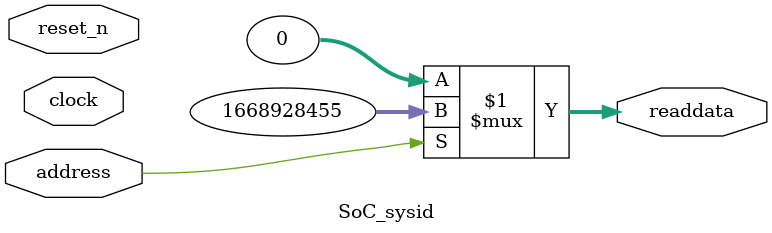
<source format=v>

`timescale 1ns / 1ps
// synthesis translate_on

// turn off superfluous verilog processor warnings 
// altera message_level Level1 
// altera message_off 10034 10035 10036 10037 10230 10240 10030 

module SoC_sysid (
               // inputs:
                address,
                clock,
                reset_n,

               // outputs:
                readdata
             )
;

  output  [ 31: 0] readdata;
  input            address;
  input            clock;
  input            reset_n;

  wire    [ 31: 0] readdata;
  //control_slave, which is an e_avalon_slave
  assign readdata = address ? 1668928455 : 0;

endmodule




</source>
